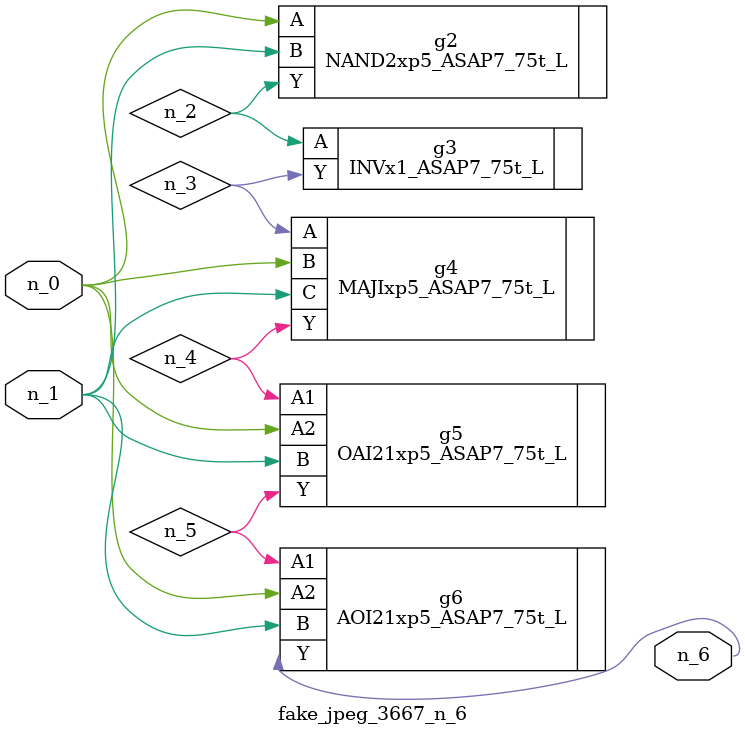
<source format=v>
module fake_jpeg_3667_n_6 (n_0, n_1, n_6);

input n_0;
input n_1;

output n_6;

wire n_3;
wire n_2;
wire n_4;
wire n_5;

NAND2xp5_ASAP7_75t_L g2 ( 
.A(n_0),
.B(n_1),
.Y(n_2)
);

INVx1_ASAP7_75t_L g3 ( 
.A(n_2),
.Y(n_3)
);

MAJIxp5_ASAP7_75t_L g4 ( 
.A(n_3),
.B(n_0),
.C(n_1),
.Y(n_4)
);

OAI21xp5_ASAP7_75t_L g5 ( 
.A1(n_4),
.A2(n_0),
.B(n_1),
.Y(n_5)
);

AOI21xp5_ASAP7_75t_L g6 ( 
.A1(n_5),
.A2(n_0),
.B(n_1),
.Y(n_6)
);


endmodule
</source>
